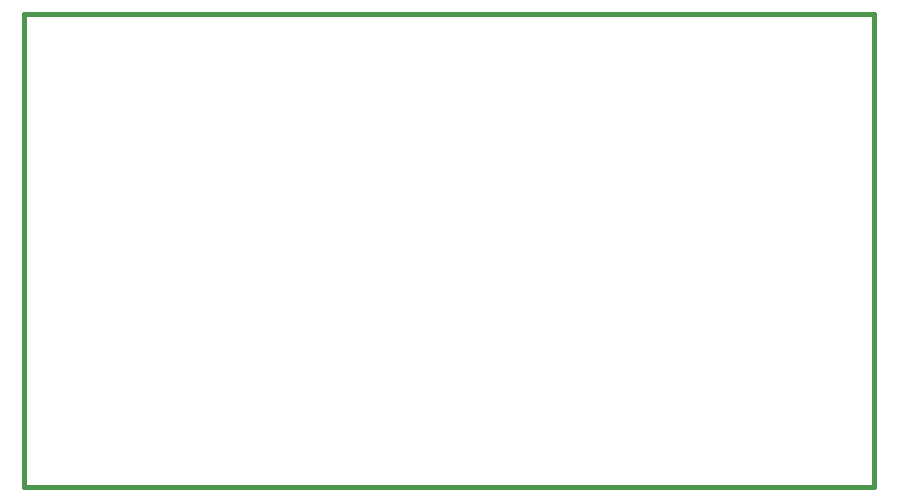
<source format=gbr>
G04 (created by PCBNEW-RS274X (2012-apr-16-27)-stable) date Fri 15 Nov 2013 10:07:24 GMT*
G01*
G70*
G90*
%MOIN*%
G04 Gerber Fmt 3.4, Leading zero omitted, Abs format*
%FSLAX34Y34*%
G04 APERTURE LIST*
%ADD10C,0.006000*%
%ADD11C,0.015000*%
G04 APERTURE END LIST*
G54D10*
G54D11*
X00394Y00748D02*
X28740Y00748D01*
X28347Y16496D02*
X28740Y16496D01*
X01181Y16496D02*
X00394Y16496D01*
X27953Y16496D02*
X28347Y16496D01*
X27953Y16496D02*
X27559Y16496D01*
X28740Y00749D02*
X28740Y16497D01*
X01181Y16496D02*
X27559Y16496D01*
X00394Y00747D02*
X00394Y16495D01*
M02*

</source>
